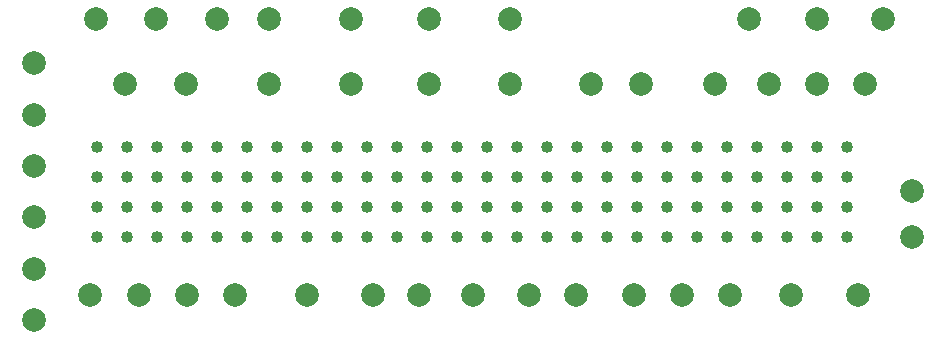
<source format=gbr>
%TF.GenerationSoftware,KiCad,Pcbnew,8.0.6*%
%TF.CreationDate,2024-11-11T13:09:53+02:00*%
%TF.ProjectId,PC104_Debug_PCB,50433130-345f-4446-9562-75675f504342,rev?*%
%TF.SameCoordinates,Original*%
%TF.FileFunction,Plated,1,2,PTH,Drill*%
%TF.FilePolarity,Positive*%
%FSLAX46Y46*%
G04 Gerber Fmt 4.6, Leading zero omitted, Abs format (unit mm)*
G04 Created by KiCad (PCBNEW 8.0.6) date 2024-11-11 13:09:53*
%MOMM*%
%LPD*%
G01*
G04 APERTURE LIST*
%TA.AperFunction,ComponentDrill*%
%ADD10C,1.020000*%
%TD*%
%TA.AperFunction,ComponentDrill*%
%ADD11C,2.000000*%
%TD*%
G04 APERTURE END LIST*
D10*
%TO.C,J2*%
X99630000Y-67575000D03*
X99630000Y-70115000D03*
%TO.C,J1*%
X99630000Y-72655000D03*
X99630000Y-75195000D03*
%TO.C,J2*%
X102170000Y-67575000D03*
X102170000Y-70115000D03*
%TO.C,J1*%
X102170000Y-72655000D03*
X102170000Y-75195000D03*
%TO.C,J2*%
X104710000Y-67575000D03*
X104710000Y-70115000D03*
%TO.C,J1*%
X104710000Y-72655000D03*
X104710000Y-75195000D03*
%TO.C,J2*%
X107250000Y-67575000D03*
X107250000Y-70115000D03*
%TO.C,J1*%
X107250000Y-72655000D03*
X107250000Y-75195000D03*
%TO.C,J2*%
X109790000Y-67575000D03*
X109790000Y-70115000D03*
%TO.C,J1*%
X109790000Y-72655000D03*
X109790000Y-75195000D03*
%TO.C,J2*%
X112330000Y-67575000D03*
X112330000Y-70115000D03*
%TO.C,J1*%
X112330000Y-72655000D03*
X112330000Y-75195000D03*
%TO.C,J2*%
X114870000Y-67575000D03*
X114870000Y-70115000D03*
%TO.C,J1*%
X114870000Y-72655000D03*
X114870000Y-75195000D03*
%TO.C,J2*%
X117410000Y-67575000D03*
X117410000Y-70115000D03*
%TO.C,J1*%
X117410000Y-72655000D03*
X117410000Y-75195000D03*
%TO.C,J2*%
X119950000Y-67575000D03*
X119950000Y-70115000D03*
%TO.C,J1*%
X119950000Y-72655000D03*
X119950000Y-75195000D03*
%TO.C,J2*%
X122490000Y-67575000D03*
X122490000Y-70115000D03*
%TO.C,J1*%
X122490000Y-72655000D03*
X122490000Y-75195000D03*
%TO.C,J2*%
X125030000Y-67575000D03*
X125030000Y-70115000D03*
%TO.C,J1*%
X125030000Y-72655000D03*
X125030000Y-75195000D03*
%TO.C,J2*%
X127570000Y-67575000D03*
X127570000Y-70115000D03*
%TO.C,J1*%
X127570000Y-72655000D03*
X127570000Y-75195000D03*
%TO.C,J2*%
X130110000Y-67575000D03*
X130110000Y-70115000D03*
%TO.C,J1*%
X130110000Y-72655000D03*
X130110000Y-75195000D03*
%TO.C,J2*%
X132650000Y-67575000D03*
X132650000Y-70115000D03*
%TO.C,J1*%
X132650000Y-72655000D03*
X132650000Y-75195000D03*
%TO.C,J2*%
X135190000Y-67575000D03*
X135190000Y-70115000D03*
%TO.C,J1*%
X135190000Y-72655000D03*
X135190000Y-75195000D03*
%TO.C,J2*%
X137730000Y-67575000D03*
X137730000Y-70115000D03*
%TO.C,J1*%
X137730000Y-72655000D03*
X137730000Y-75195000D03*
%TO.C,J2*%
X140270000Y-67575000D03*
X140270000Y-70115000D03*
%TO.C,J1*%
X140270000Y-72655000D03*
X140270000Y-75195000D03*
%TO.C,J2*%
X142810000Y-67575000D03*
X142810000Y-70115000D03*
%TO.C,J1*%
X142810000Y-72655000D03*
X142810000Y-75195000D03*
%TO.C,J2*%
X145350000Y-67575000D03*
X145350000Y-70115000D03*
%TO.C,J1*%
X145350000Y-72655000D03*
X145350000Y-75195000D03*
%TO.C,J2*%
X147890000Y-67575000D03*
X147890000Y-70115000D03*
%TO.C,J1*%
X147890000Y-72655000D03*
X147890000Y-75195000D03*
%TO.C,J2*%
X150430000Y-67575000D03*
X150430000Y-70115000D03*
%TO.C,J1*%
X150430000Y-72655000D03*
X150430000Y-75195000D03*
%TO.C,J2*%
X152970000Y-67575000D03*
X152970000Y-70115000D03*
%TO.C,J1*%
X152970000Y-72655000D03*
X152970000Y-75195000D03*
%TO.C,J2*%
X155510000Y-67575000D03*
X155510000Y-70115000D03*
%TO.C,J1*%
X155510000Y-72655000D03*
X155510000Y-75195000D03*
%TO.C,J2*%
X158050000Y-67575000D03*
X158050000Y-70115000D03*
%TO.C,J1*%
X158050000Y-72655000D03*
X158050000Y-75195000D03*
%TO.C,J2*%
X160590000Y-67575000D03*
X160590000Y-70115000D03*
%TO.C,J1*%
X160590000Y-72655000D03*
X160590000Y-75195000D03*
%TO.C,J2*%
X163130000Y-67575000D03*
X163130000Y-70115000D03*
%TO.C,J1*%
X163130000Y-72655000D03*
X163130000Y-75195000D03*
D11*
%TO.C,TP26*%
X94350000Y-60500000D03*
%TO.C,TP27*%
X94350000Y-64850000D03*
%TO.C,TP28*%
X94350000Y-69200000D03*
%TO.C,TP29*%
X94350000Y-73550000D03*
%TO.C,TP47*%
X94350000Y-77900000D03*
%TO.C,TP46*%
X94350000Y-82250000D03*
%TO.C,TP45*%
X99100000Y-80125000D03*
%TO.C,TP1*%
X99550000Y-56800000D03*
%TO.C,TP25*%
X102000000Y-62300000D03*
%TO.C,TP44*%
X103191666Y-80125000D03*
%TO.C,TP2*%
X104675000Y-56800000D03*
%TO.C,TP24*%
X107200000Y-62300000D03*
%TO.C,TP43*%
X107283332Y-80125000D03*
%TO.C,TP3*%
X109800000Y-56800000D03*
%TO.C,TP42*%
X111375000Y-80125000D03*
%TO.C,TP23*%
X114250000Y-56800000D03*
%TO.C,TP4*%
X114250000Y-62300000D03*
%TO.C,TP30*%
X117450000Y-80125000D03*
%TO.C,TP5*%
X121175000Y-56800000D03*
%TO.C,TP22*%
X121175000Y-62300000D03*
%TO.C,TP41*%
X123025000Y-80125000D03*
%TO.C,TP31*%
X126900000Y-80125000D03*
%TO.C,TP6*%
X127775000Y-56800000D03*
%TO.C,TP7*%
X127775000Y-62300000D03*
%TO.C,TP11*%
X131475000Y-80125000D03*
%TO.C,TP8*%
X134600000Y-56800000D03*
%TO.C,TP21*%
X134600000Y-62300000D03*
%TO.C,TP40*%
X136268452Y-80125000D03*
%TO.C,TP39*%
X140218452Y-80125000D03*
%TO.C,TP9*%
X141450000Y-62300000D03*
%TO.C,TP38*%
X145150000Y-80125000D03*
%TO.C,TP10*%
X145712500Y-62300000D03*
%TO.C,TP32*%
X149200000Y-80125000D03*
%TO.C,TP18*%
X151975000Y-62300000D03*
%TO.C,TP33*%
X153250000Y-80125000D03*
%TO.C,TP12*%
X154900000Y-56800000D03*
%TO.C,TP17*%
X156550000Y-62300000D03*
%TO.C,TP37*%
X158375000Y-80125000D03*
%TO.C,TP16*%
X160612500Y-62300000D03*
%TO.C,TP13*%
X160650000Y-56800000D03*
%TO.C,TP34*%
X164050000Y-80125000D03*
%TO.C,TP15*%
X164675000Y-62300000D03*
%TO.C,TP14*%
X166200000Y-56800000D03*
%TO.C,TP35*%
X168625000Y-71350000D03*
%TO.C,TP36*%
X168625000Y-75200000D03*
M02*

</source>
